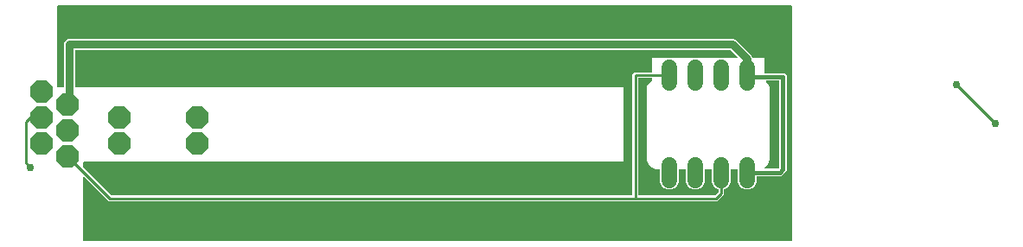
<source format=gbr>
G04 EAGLE Gerber RS-274X export*
G75*
%MOMM*%
%FSLAX34Y34*%
%LPD*%
%INBottom Copper*%
%IPPOS*%
%AMOC8*
5,1,8,0,0,1.08239X$1,22.5*%
G01*
%ADD10P,1.429621X8X202.500000*%
%ADD11C,1.408000*%
%ADD12R,1.408000X1.408000*%
%ADD13C,1.524000*%
%ADD14P,2.336880X8X22.500000*%
%ADD15C,0.762000*%
%ADD16C,0.304800*%
%ADD17C,0.406400*%
%ADD18C,0.254000*%
%ADD19C,0.152400*%
%ADD20C,0.756400*%

G36*
X1054858Y420136D02*
X1054858Y420136D01*
X1054860Y420155D01*
X1054838Y420257D01*
X1054822Y420359D01*
X1054812Y420376D01*
X1054808Y420396D01*
X1054755Y420485D01*
X1054706Y420576D01*
X1054692Y420590D01*
X1054682Y420607D01*
X1054603Y420674D01*
X1054528Y420746D01*
X1054510Y420754D01*
X1054495Y420767D01*
X1054399Y420806D01*
X1054305Y420849D01*
X1054285Y420851D01*
X1054267Y420859D01*
X1054100Y420877D01*
X336550Y420877D01*
X336530Y420874D01*
X336511Y420876D01*
X336409Y420854D01*
X336307Y420838D01*
X336290Y420828D01*
X336270Y420824D01*
X336181Y420771D01*
X336090Y420722D01*
X336076Y420708D01*
X336059Y420698D01*
X335992Y420619D01*
X335921Y420544D01*
X335912Y420526D01*
X335899Y420511D01*
X335860Y420415D01*
X335817Y420321D01*
X335815Y420301D01*
X335807Y420283D01*
X335789Y420116D01*
X335789Y341313D01*
X335792Y341293D01*
X335790Y341273D01*
X335812Y341172D01*
X335829Y341070D01*
X335838Y341052D01*
X335842Y341033D01*
X335895Y340944D01*
X335944Y340852D01*
X335958Y340839D01*
X335968Y340822D01*
X336047Y340754D01*
X336122Y340683D01*
X336140Y340675D01*
X336155Y340662D01*
X336251Y340623D01*
X336345Y340579D01*
X336365Y340577D01*
X336383Y340570D01*
X336550Y340551D01*
X341567Y340551D01*
X341586Y340554D01*
X341606Y340552D01*
X341707Y340574D01*
X341809Y340591D01*
X341827Y340600D01*
X341846Y340605D01*
X341935Y340658D01*
X342027Y340706D01*
X342040Y340721D01*
X342057Y340731D01*
X342125Y340809D01*
X342196Y340884D01*
X342204Y340902D01*
X342217Y340918D01*
X342256Y341014D01*
X342300Y341108D01*
X342302Y341127D01*
X342309Y341146D01*
X342328Y341313D01*
X342328Y383649D01*
X343140Y385609D01*
X344641Y387110D01*
X346601Y387922D01*
X998011Y387922D01*
X999972Y387110D01*
X1015760Y371322D01*
X1016475Y369596D01*
X1016536Y369497D01*
X1016596Y369397D01*
X1016601Y369392D01*
X1016604Y369387D01*
X1016694Y369313D01*
X1016783Y369237D01*
X1016789Y369234D01*
X1016794Y369230D01*
X1016902Y369189D01*
X1017011Y369145D01*
X1017019Y369144D01*
X1017024Y369142D01*
X1017042Y369141D01*
X1017178Y369126D01*
X1027939Y369126D01*
X1027939Y355155D01*
X1027942Y355136D01*
X1027940Y355116D01*
X1027962Y355015D01*
X1027979Y354913D01*
X1027988Y354895D01*
X1027992Y354876D01*
X1028045Y354787D01*
X1028094Y354695D01*
X1028108Y354682D01*
X1028118Y354665D01*
X1028197Y354597D01*
X1028272Y354526D01*
X1028290Y354518D01*
X1028305Y354505D01*
X1028401Y354466D01*
X1028495Y354422D01*
X1028515Y354420D01*
X1028533Y354413D01*
X1028700Y354394D01*
X1047636Y354394D01*
X1049719Y352311D01*
X1049719Y258877D01*
X1044461Y253618D01*
X1021143Y253618D01*
X1021124Y253615D01*
X1021104Y253617D01*
X1021003Y253595D01*
X1020901Y253579D01*
X1020883Y253569D01*
X1020864Y253565D01*
X1020775Y253512D01*
X1020683Y253463D01*
X1020670Y253449D01*
X1020653Y253439D01*
X1020585Y253360D01*
X1020514Y253285D01*
X1020506Y253267D01*
X1020493Y253252D01*
X1020454Y253156D01*
X1020410Y253062D01*
X1020408Y253042D01*
X1020401Y253024D01*
X1020382Y252857D01*
X1020382Y247736D01*
X1018990Y244375D01*
X1016418Y241802D01*
X1013056Y240410D01*
X1009419Y240410D01*
X1006057Y241802D01*
X1003485Y244375D01*
X1002093Y247736D01*
X1002093Y259779D01*
X1002090Y259796D01*
X1002092Y259813D01*
X1002091Y259815D01*
X1002092Y259818D01*
X1002070Y259919D01*
X1002053Y260021D01*
X1002044Y260039D01*
X1002039Y260058D01*
X1001986Y260147D01*
X1001938Y260239D01*
X1001924Y260252D01*
X1001913Y260269D01*
X1001835Y260337D01*
X1001760Y260408D01*
X1001742Y260416D01*
X1001726Y260429D01*
X1001630Y260468D01*
X1001537Y260512D01*
X1001517Y260514D01*
X1001498Y260521D01*
X1001332Y260540D01*
X995743Y260540D01*
X995724Y260537D01*
X995704Y260539D01*
X995603Y260517D01*
X995501Y260500D01*
X995483Y260491D01*
X995464Y260486D01*
X995375Y260433D01*
X995283Y260385D01*
X995270Y260371D01*
X995253Y260360D01*
X995185Y260282D01*
X995114Y260207D01*
X995106Y260189D01*
X995093Y260173D01*
X995054Y260077D01*
X995010Y259984D01*
X995008Y259964D01*
X995001Y259945D01*
X994982Y259779D01*
X994982Y247736D01*
X993590Y244375D01*
X991018Y241802D01*
X989102Y241009D01*
X989003Y240948D01*
X988903Y240888D01*
X988898Y240883D01*
X988893Y240879D01*
X988819Y240790D01*
X988743Y240701D01*
X988740Y240695D01*
X988736Y240690D01*
X988695Y240582D01*
X988651Y240472D01*
X988650Y240465D01*
X988648Y240460D01*
X988647Y240442D01*
X988632Y240306D01*
X988632Y235380D01*
X982233Y228980D01*
X386192Y228980D01*
X362488Y252684D01*
X362430Y252726D01*
X362378Y252776D01*
X362331Y252798D01*
X362289Y252828D01*
X362220Y252849D01*
X362155Y252879D01*
X362103Y252885D01*
X362053Y252900D01*
X361982Y252898D01*
X361911Y252906D01*
X361860Y252895D01*
X361808Y252894D01*
X361740Y252869D01*
X361670Y252854D01*
X361626Y252827D01*
X361577Y252809D01*
X361521Y252765D01*
X361459Y252728D01*
X361425Y252688D01*
X361385Y252656D01*
X361346Y252595D01*
X361299Y252541D01*
X361280Y252493D01*
X361252Y252449D01*
X361234Y252379D01*
X361207Y252313D01*
X361199Y252241D01*
X361191Y252210D01*
X361193Y252187D01*
X361189Y252146D01*
X361189Y190500D01*
X361192Y190480D01*
X361190Y190461D01*
X361212Y190359D01*
X361229Y190257D01*
X361238Y190240D01*
X361242Y190220D01*
X361295Y190131D01*
X361344Y190040D01*
X361358Y190026D01*
X361368Y190009D01*
X361447Y189942D01*
X361522Y189871D01*
X361540Y189862D01*
X361555Y189849D01*
X361651Y189810D01*
X361745Y189767D01*
X361765Y189765D01*
X361783Y189757D01*
X361950Y189739D01*
X1054100Y189739D01*
X1054120Y189742D01*
X1054139Y189740D01*
X1054241Y189762D01*
X1054343Y189779D01*
X1054360Y189788D01*
X1054380Y189792D01*
X1054469Y189845D01*
X1054560Y189894D01*
X1054574Y189908D01*
X1054591Y189918D01*
X1054658Y189997D01*
X1054730Y190072D01*
X1054738Y190090D01*
X1054751Y190105D01*
X1054790Y190201D01*
X1054833Y190295D01*
X1054835Y190315D01*
X1054843Y190333D01*
X1054861Y190500D01*
X1054861Y420116D01*
X1054858Y420136D01*
G37*
G36*
X900542Y355220D02*
X900542Y355220D01*
X917575Y355220D01*
X917595Y355223D01*
X917614Y355221D01*
X917716Y355243D01*
X917818Y355259D01*
X917835Y355269D01*
X917855Y355273D01*
X917944Y355326D01*
X918035Y355375D01*
X918049Y355389D01*
X918066Y355399D01*
X918133Y355478D01*
X918205Y355553D01*
X918213Y355571D01*
X918226Y355586D01*
X918265Y355682D01*
X918308Y355776D01*
X918310Y355796D01*
X918318Y355814D01*
X918336Y355981D01*
X918336Y369126D01*
X932914Y369126D01*
X932978Y369137D01*
X933044Y369137D01*
X933124Y369161D01*
X933157Y369166D01*
X933174Y369175D01*
X933205Y369184D01*
X933218Y369190D01*
X936857Y369190D01*
X936870Y369184D01*
X936934Y369169D01*
X936994Y369145D01*
X937077Y369136D01*
X937109Y369128D01*
X937129Y369130D01*
X937161Y369126D01*
X958314Y369126D01*
X958378Y369137D01*
X958444Y369137D01*
X958524Y369161D01*
X958557Y369166D01*
X958574Y369175D01*
X958605Y369184D01*
X958618Y369190D01*
X962257Y369190D01*
X962270Y369184D01*
X962334Y369169D01*
X962394Y369145D01*
X962477Y369136D01*
X962509Y369128D01*
X962529Y369130D01*
X962561Y369126D01*
X983714Y369126D01*
X983778Y369137D01*
X983844Y369137D01*
X983924Y369161D01*
X983957Y369166D01*
X983974Y369175D01*
X984005Y369184D01*
X984018Y369190D01*
X987657Y369190D01*
X987670Y369184D01*
X987734Y369169D01*
X987794Y369145D01*
X987877Y369136D01*
X987909Y369128D01*
X987929Y369130D01*
X987961Y369126D01*
X1001029Y369126D01*
X1001100Y369138D01*
X1001171Y369140D01*
X1001220Y369158D01*
X1001272Y369166D01*
X1001335Y369200D01*
X1001402Y369224D01*
X1001443Y369257D01*
X1001489Y369281D01*
X1001538Y369333D01*
X1001594Y369378D01*
X1001623Y369422D01*
X1001658Y369459D01*
X1001689Y369524D01*
X1001727Y369585D01*
X1001740Y369635D01*
X1001762Y369683D01*
X1001770Y369754D01*
X1001788Y369823D01*
X1001783Y369875D01*
X1001789Y369927D01*
X1001774Y369997D01*
X1001768Y370069D01*
X1001748Y370116D01*
X1001737Y370167D01*
X1001700Y370229D01*
X1001672Y370295D01*
X1001627Y370351D01*
X1001611Y370378D01*
X1001593Y370394D01*
X1001567Y370426D01*
X994963Y377030D01*
X994889Y377083D01*
X994820Y377142D01*
X994790Y377155D01*
X994763Y377173D01*
X994677Y377200D01*
X994592Y377234D01*
X994551Y377239D01*
X994528Y377246D01*
X994496Y377245D01*
X994425Y377253D01*
X353758Y377253D01*
X353739Y377250D01*
X353719Y377252D01*
X353618Y377230D01*
X353516Y377213D01*
X353498Y377204D01*
X353479Y377199D01*
X353390Y377146D01*
X353298Y377098D01*
X353285Y377084D01*
X353268Y377073D01*
X353200Y376995D01*
X353129Y376920D01*
X353121Y376902D01*
X353108Y376886D01*
X353069Y376790D01*
X353025Y376697D01*
X353023Y376677D01*
X353016Y376658D01*
X352997Y376492D01*
X352997Y341313D01*
X353000Y341293D01*
X352998Y341273D01*
X353020Y341172D01*
X353037Y341070D01*
X353046Y341052D01*
X353051Y341033D01*
X353104Y340944D01*
X353152Y340852D01*
X353166Y340839D01*
X353177Y340822D01*
X353255Y340754D01*
X353330Y340683D01*
X353348Y340675D01*
X353364Y340662D01*
X353460Y340623D01*
X353553Y340579D01*
X353573Y340577D01*
X353592Y340570D01*
X353758Y340551D01*
X889826Y340551D01*
X889826Y267461D01*
X361950Y267461D01*
X361930Y267458D01*
X361911Y267460D01*
X361809Y267438D01*
X361707Y267422D01*
X361690Y267412D01*
X361670Y267408D01*
X361581Y267355D01*
X361490Y267306D01*
X361476Y267292D01*
X361459Y267282D01*
X361392Y267203D01*
X361321Y267128D01*
X361312Y267110D01*
X361299Y267095D01*
X361260Y266999D01*
X361217Y266905D01*
X361215Y266885D01*
X361207Y266867D01*
X361189Y266700D01*
X361189Y262204D01*
X361204Y262114D01*
X361211Y262023D01*
X361223Y261993D01*
X361229Y261961D01*
X361271Y261880D01*
X361307Y261797D01*
X361333Y261764D01*
X361344Y261744D01*
X361367Y261722D01*
X361412Y261666D01*
X388285Y234793D01*
X388359Y234740D01*
X388428Y234680D01*
X388458Y234668D01*
X388484Y234649D01*
X388571Y234622D01*
X388656Y234588D01*
X388697Y234584D01*
X388719Y234577D01*
X388752Y234578D01*
X388823Y234570D01*
X898144Y234570D01*
X898164Y234573D01*
X898183Y234571D01*
X898285Y234593D01*
X898387Y234609D01*
X898404Y234619D01*
X898424Y234623D01*
X898513Y234676D01*
X898604Y234725D01*
X898618Y234739D01*
X898635Y234749D01*
X898702Y234828D01*
X898774Y234903D01*
X898782Y234921D01*
X898795Y234936D01*
X898834Y235032D01*
X898877Y235126D01*
X898879Y235146D01*
X898887Y235164D01*
X898905Y235331D01*
X898905Y353583D01*
X900542Y355220D01*
G37*
G36*
X904498Y235311D02*
X904498Y235311D01*
X904496Y235292D01*
X904518Y235190D01*
X904534Y235088D01*
X904544Y235071D01*
X904548Y235051D01*
X904601Y234962D01*
X904650Y234871D01*
X904664Y234857D01*
X904674Y234840D01*
X904753Y234773D01*
X904828Y234701D01*
X904846Y234693D01*
X904861Y234680D01*
X904957Y234641D01*
X905051Y234598D01*
X905071Y234596D01*
X905089Y234588D01*
X905256Y234570D01*
X979602Y234570D01*
X979692Y234584D01*
X979783Y234592D01*
X979813Y234604D01*
X979845Y234609D01*
X979925Y234652D01*
X980009Y234688D01*
X980041Y234714D01*
X980062Y234725D01*
X980084Y234748D01*
X980140Y234793D01*
X982820Y237472D01*
X982873Y237546D01*
X982932Y237616D01*
X982945Y237646D01*
X982963Y237672D01*
X982990Y237759D01*
X983024Y237844D01*
X983029Y237885D01*
X983036Y237907D01*
X983035Y237939D01*
X983043Y238010D01*
X983043Y240306D01*
X983024Y240421D01*
X983007Y240537D01*
X983004Y240542D01*
X983003Y240549D01*
X982949Y240651D01*
X982895Y240756D01*
X982891Y240760D01*
X982888Y240766D01*
X982804Y240846D01*
X982720Y240928D01*
X982713Y240932D01*
X982710Y240935D01*
X982693Y240943D01*
X982573Y241009D01*
X980657Y241802D01*
X978085Y244375D01*
X976693Y247736D01*
X976693Y259779D01*
X976690Y259796D01*
X976692Y259813D01*
X976691Y259815D01*
X976692Y259818D01*
X976670Y259919D01*
X976653Y260021D01*
X976644Y260039D01*
X976639Y260058D01*
X976586Y260147D01*
X976538Y260239D01*
X976524Y260252D01*
X976513Y260269D01*
X976435Y260337D01*
X976360Y260408D01*
X976342Y260416D01*
X976326Y260429D01*
X976230Y260468D01*
X976137Y260512D01*
X976117Y260514D01*
X976098Y260521D01*
X975932Y260540D01*
X970343Y260540D01*
X970324Y260537D01*
X970304Y260539D01*
X970203Y260517D01*
X970101Y260500D01*
X970083Y260491D01*
X970064Y260486D01*
X969975Y260433D01*
X969883Y260385D01*
X969870Y260371D01*
X969853Y260360D01*
X969785Y260282D01*
X969714Y260207D01*
X969706Y260189D01*
X969693Y260173D01*
X969654Y260077D01*
X969610Y259984D01*
X969608Y259964D01*
X969601Y259945D01*
X969582Y259779D01*
X969582Y247736D01*
X968190Y244375D01*
X965618Y241802D01*
X962256Y240410D01*
X958619Y240410D01*
X955257Y241802D01*
X952685Y244375D01*
X951293Y247736D01*
X951293Y259779D01*
X951290Y259796D01*
X951292Y259813D01*
X951291Y259815D01*
X951292Y259818D01*
X951270Y259919D01*
X951253Y260021D01*
X951244Y260039D01*
X951239Y260058D01*
X951186Y260147D01*
X951138Y260239D01*
X951124Y260252D01*
X951113Y260269D01*
X951035Y260337D01*
X950960Y260408D01*
X950942Y260416D01*
X950926Y260429D01*
X950830Y260468D01*
X950737Y260512D01*
X950717Y260514D01*
X950698Y260521D01*
X950532Y260540D01*
X944943Y260540D01*
X944924Y260537D01*
X944904Y260539D01*
X944803Y260517D01*
X944701Y260500D01*
X944683Y260491D01*
X944664Y260486D01*
X944575Y260433D01*
X944483Y260385D01*
X944470Y260371D01*
X944453Y260360D01*
X944385Y260282D01*
X944314Y260207D01*
X944306Y260189D01*
X944293Y260173D01*
X944254Y260077D01*
X944210Y259984D01*
X944208Y259964D01*
X944201Y259945D01*
X944182Y259779D01*
X944182Y247736D01*
X942790Y244375D01*
X940218Y241802D01*
X936856Y240410D01*
X933219Y240410D01*
X929857Y241802D01*
X927285Y244375D01*
X925893Y247736D01*
X925893Y259779D01*
X925890Y259796D01*
X925892Y259813D01*
X925891Y259815D01*
X925892Y259818D01*
X925870Y259919D01*
X925853Y260021D01*
X925844Y260039D01*
X925839Y260058D01*
X925786Y260147D01*
X925738Y260239D01*
X925724Y260252D01*
X925713Y260269D01*
X925635Y260337D01*
X925560Y260408D01*
X925542Y260416D01*
X925526Y260429D01*
X925430Y260468D01*
X925337Y260512D01*
X925317Y260514D01*
X925298Y260521D01*
X925132Y260540D01*
X921752Y260540D01*
X917738Y262203D01*
X914665Y265275D01*
X913954Y266991D01*
X913002Y269290D01*
X913002Y340310D01*
X913297Y341021D01*
X914665Y344325D01*
X917738Y347397D01*
X917866Y347451D01*
X917965Y347512D01*
X918066Y347572D01*
X918070Y347577D01*
X918075Y347580D01*
X918150Y347670D01*
X918226Y347759D01*
X918228Y347765D01*
X918232Y347770D01*
X918274Y347878D01*
X918295Y347930D01*
X918308Y347959D01*
X918309Y347965D01*
X918318Y347987D01*
X918319Y347995D01*
X918320Y347999D01*
X918321Y348018D01*
X918336Y348154D01*
X918336Y348869D01*
X918333Y348889D01*
X918335Y348908D01*
X918313Y349010D01*
X918297Y349112D01*
X918287Y349129D01*
X918283Y349149D01*
X918230Y349238D01*
X918181Y349329D01*
X918167Y349343D01*
X918157Y349360D01*
X918078Y349427D01*
X918003Y349499D01*
X917985Y349507D01*
X917970Y349520D01*
X917874Y349559D01*
X917780Y349602D01*
X917760Y349604D01*
X917742Y349612D01*
X917575Y349630D01*
X905256Y349630D01*
X905236Y349627D01*
X905217Y349629D01*
X905115Y349607D01*
X905013Y349591D01*
X904996Y349581D01*
X904976Y349577D01*
X904887Y349524D01*
X904796Y349475D01*
X904782Y349461D01*
X904765Y349451D01*
X904698Y349372D01*
X904626Y349297D01*
X904618Y349279D01*
X904605Y349264D01*
X904566Y349168D01*
X904523Y349074D01*
X904521Y349054D01*
X904513Y349036D01*
X904495Y348869D01*
X904495Y235331D01*
X904498Y235311D01*
G37*
G36*
X1041289Y260746D02*
X1041289Y260746D01*
X1041380Y260754D01*
X1041410Y260766D01*
X1041442Y260771D01*
X1041522Y260814D01*
X1041606Y260850D01*
X1041638Y260876D01*
X1041659Y260887D01*
X1041681Y260910D01*
X1041737Y260955D01*
X1042383Y261600D01*
X1042436Y261674D01*
X1042495Y261744D01*
X1042508Y261774D01*
X1042526Y261800D01*
X1042553Y261887D01*
X1042587Y261972D01*
X1042592Y262013D01*
X1042599Y262035D01*
X1042598Y262067D01*
X1042606Y262139D01*
X1042606Y346520D01*
X1042603Y346539D01*
X1042605Y346559D01*
X1042583Y346660D01*
X1042566Y346762D01*
X1042557Y346780D01*
X1042552Y346799D01*
X1042499Y346888D01*
X1042451Y346980D01*
X1042437Y346993D01*
X1042426Y347010D01*
X1042348Y347078D01*
X1042273Y347149D01*
X1042255Y347157D01*
X1042239Y347170D01*
X1042143Y347209D01*
X1042050Y347253D01*
X1042030Y347255D01*
X1042011Y347262D01*
X1041845Y347281D01*
X1030492Y347281D01*
X1030421Y347269D01*
X1030349Y347267D01*
X1030300Y347249D01*
X1030249Y347241D01*
X1030186Y347207D01*
X1030118Y347183D01*
X1030078Y347150D01*
X1030031Y347126D01*
X1029982Y347074D01*
X1029926Y347029D01*
X1029898Y346985D01*
X1029862Y346948D01*
X1029832Y346883D01*
X1029793Y346822D01*
X1029780Y346772D01*
X1029758Y346725D01*
X1029751Y346653D01*
X1029733Y346584D01*
X1029737Y346532D01*
X1029731Y346480D01*
X1029747Y346410D01*
X1029752Y346339D01*
X1029773Y346291D01*
X1029784Y346240D01*
X1029820Y346178D01*
X1029849Y346112D01*
X1029893Y346056D01*
X1029910Y346029D01*
X1029928Y346013D01*
X1029953Y345981D01*
X1031610Y344325D01*
X1033273Y340310D01*
X1033273Y269290D01*
X1032321Y266991D01*
X1031610Y265275D01*
X1028537Y262203D01*
X1028522Y262196D01*
X1028439Y262145D01*
X1028353Y262099D01*
X1028335Y262081D01*
X1028313Y262067D01*
X1028251Y261992D01*
X1028184Y261921D01*
X1028173Y261897D01*
X1028156Y261877D01*
X1028121Y261786D01*
X1028080Y261698D01*
X1028077Y261672D01*
X1028068Y261648D01*
X1028064Y261550D01*
X1028053Y261454D01*
X1028058Y261428D01*
X1028057Y261402D01*
X1028084Y261308D01*
X1028105Y261213D01*
X1028119Y261191D01*
X1028126Y261166D01*
X1028181Y261086D01*
X1028231Y261002D01*
X1028251Y260985D01*
X1028266Y260964D01*
X1028344Y260905D01*
X1028418Y260842D01*
X1028442Y260832D01*
X1028463Y260817D01*
X1028556Y260787D01*
X1028646Y260750D01*
X1028679Y260747D01*
X1028697Y260741D01*
X1028730Y260741D01*
X1028813Y260732D01*
X1041199Y260732D01*
X1041289Y260746D01*
G37*
D10*
X473075Y285750D03*
X396875Y285750D03*
X473075Y311150D03*
X396875Y311150D03*
D11*
X320675Y336550D03*
X320675Y311150D03*
X320675Y285750D03*
X346075Y323850D03*
X346075Y298450D03*
D12*
X346075Y273050D03*
D13*
X935038Y344805D02*
X935038Y360045D01*
X960438Y360045D02*
X960438Y344805D01*
X985838Y344805D02*
X985838Y360045D01*
X1011238Y360045D02*
X1011238Y344805D01*
X935038Y264795D02*
X935038Y249555D01*
X960438Y249555D02*
X960438Y264795D01*
X985838Y264795D02*
X985838Y249555D01*
X1011238Y249555D02*
X1011238Y264795D01*
D14*
X473075Y311150D03*
X473075Y285750D03*
X396875Y285750D03*
X396875Y311150D03*
X320675Y336550D03*
X346075Y323850D03*
X346075Y298450D03*
X320675Y311150D03*
X320675Y285750D03*
X346075Y273050D03*
D15*
X1011238Y352425D02*
X1011238Y368300D01*
X996950Y382588D01*
X347663Y382588D02*
X347663Y325438D01*
D16*
X346075Y323850D01*
D15*
X347663Y382588D02*
X996950Y382588D01*
D17*
X1012825Y350838D02*
X1046163Y350838D01*
X1012825Y350838D02*
X1011238Y352425D01*
X1011238Y257175D02*
X1042988Y257175D01*
X1046163Y260350D02*
X1046163Y350838D01*
X1046163Y260350D02*
X1042988Y257175D01*
D18*
X935038Y352425D02*
X901700Y352425D01*
X901700Y231775D01*
X387350Y231775D01*
X346075Y273050D01*
X901700Y231775D02*
X981075Y231775D01*
X985838Y236538D01*
X985838Y257175D01*
D19*
X396875Y285750D02*
X396675Y285950D01*
D18*
X320675Y311150D02*
X309563Y311150D01*
X304800Y306388D01*
X304800Y266700D01*
X309563Y261938D01*
D20*
X309563Y261938D03*
X1254125Y304800D03*
D18*
X1216025Y342900D01*
D20*
X1216025Y342900D03*
M02*

</source>
